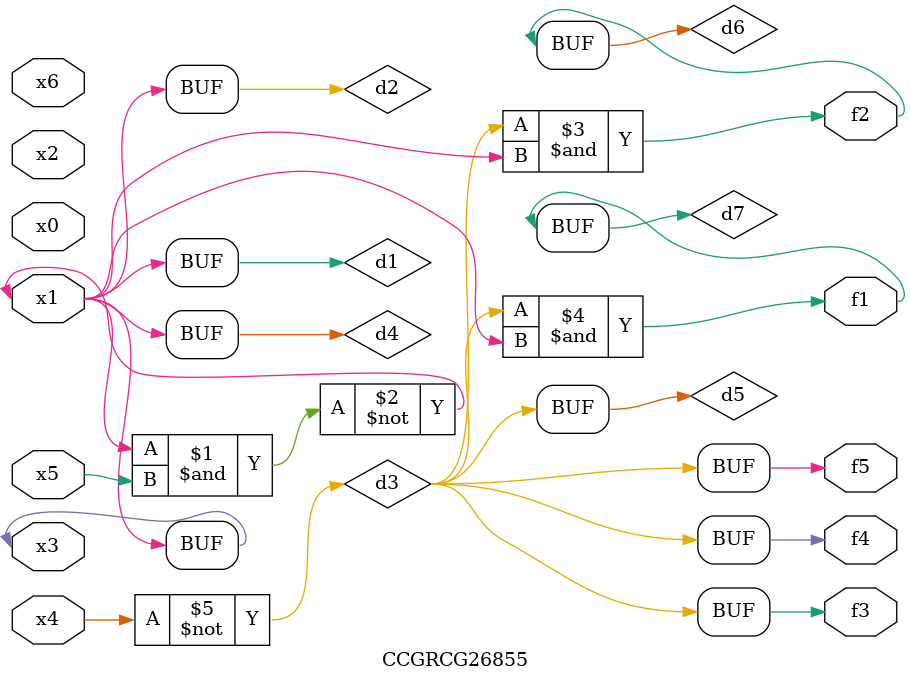
<source format=v>
module CCGRCG26855(
	input x0, x1, x2, x3, x4, x5, x6,
	output f1, f2, f3, f4, f5
);

	wire d1, d2, d3, d4, d5, d6, d7;

	buf (d1, x1, x3);
	nand (d2, x1, x5);
	not (d3, x4);
	buf (d4, d1, d2);
	buf (d5, d3);
	and (d6, d3, d4);
	and (d7, d3, d4);
	assign f1 = d7;
	assign f2 = d6;
	assign f3 = d5;
	assign f4 = d5;
	assign f5 = d5;
endmodule

</source>
